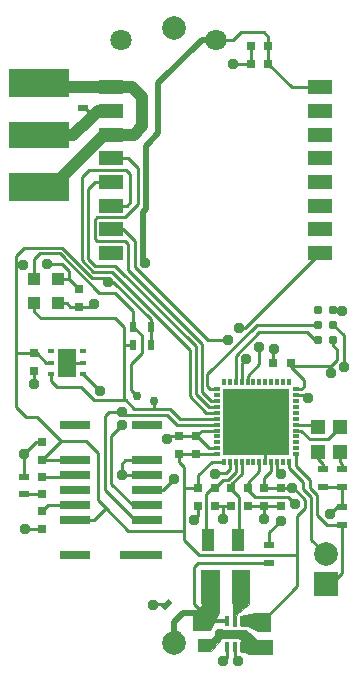
<source format=gtl>
G04 #@! TF.FileFunction,Copper,L1,Top,Signal*
%FSLAX46Y46*%
G04 Gerber Fmt 4.6, Leading zero omitted, Abs format (unit mm)*
G04 Created by KiCad (PCBNEW (2016-05-05 BZR 6775)-product) date Monday, 20 June 2016 'amt' 00:13:06*
%MOMM*%
%LPD*%
G01*
G04 APERTURE LIST*
%ADD10C,0.100000*%
%ADD11C,2.000000*%
%ADD12R,0.900000X0.500000*%
%ADD13C,1.800000*%
%ADD14R,2.000000X1.200000*%
%ADD15R,0.750000X0.800000*%
%ADD16R,1.500000X3.000000*%
%ADD17R,0.400000X0.900000*%
%ADD18R,0.800000X0.750000*%
%ADD19R,2.000000X2.000000*%
%ADD20R,1.198880X1.198880*%
%ADD21C,0.787000*%
%ADD22R,0.500000X0.900000*%
%ADD23C,0.750000*%
%ADD24R,1.100000X1.900000*%
%ADD25R,2.600000X0.700000*%
%ADD26R,2.600000X0.800000*%
%ADD27R,3.600000X0.800000*%
%ADD28R,0.300000X0.550000*%
%ADD29R,0.550000X0.300000*%
%ADD30R,1.000000X1.000000*%
%ADD31C,0.600000*%
%ADD32R,5.600000X5.600000*%
%ADD33R,5.080000X2.286000*%
%ADD34R,5.080000X2.413000*%
%ADD35R,0.600000X0.400000*%
%ADD36R,1.500000X2.400000*%
%ADD37C,0.960000*%
%ADD38C,0.250000*%
%ADD39C,0.500000*%
%ADD40C,0.300000*%
%ADD41C,0.750000*%
%ADD42C,1.000000*%
G04 APERTURE END LIST*
D10*
D11*
X126000000Y-140500000D03*
X126000000Y-88500000D03*
D12*
X118300000Y-93750000D03*
X118300000Y-95250000D03*
D13*
X116100000Y-97500000D03*
D14*
X120650000Y-93500000D03*
X138350000Y-107500000D03*
X138350000Y-105500000D03*
X138350000Y-103500000D03*
X138350000Y-101500000D03*
X138350000Y-99500000D03*
X138350000Y-97500000D03*
X138350000Y-95500000D03*
X138350000Y-93500000D03*
X120650000Y-95500000D03*
X120650000Y-97500000D03*
X120650000Y-99500000D03*
X120650000Y-101500000D03*
X120650000Y-103500000D03*
X120650000Y-105500000D03*
X120650000Y-107500000D03*
D12*
X140200000Y-130550000D03*
X140200000Y-129050000D03*
D15*
X133400000Y-139150000D03*
X133400000Y-140650000D03*
D12*
X134050000Y-133750000D03*
X134050000Y-132250000D03*
D16*
X129050000Y-135800000D03*
X131650000Y-135800000D03*
D17*
X130450000Y-138700000D03*
X131100000Y-138700000D03*
X131750000Y-138700000D03*
X130450000Y-140900000D03*
X131100000Y-140900000D03*
X131750000Y-140900000D03*
D18*
X133950000Y-90000000D03*
X132450000Y-90000000D03*
X133950000Y-91500000D03*
X132450000Y-91500000D03*
D19*
X138800000Y-135540000D03*
D11*
X138800000Y-133000000D03*
D13*
X121500000Y-89500000D03*
X129500000Y-89500000D03*
D20*
X140025000Y-122250980D03*
X140025000Y-124349020D03*
D12*
X140200000Y-125850000D03*
X140200000Y-127350000D03*
X138600000Y-125850000D03*
X138600000Y-127350000D03*
D15*
X128700000Y-139050000D03*
X128700000Y-140550000D03*
D10*
G36*
X126925305Y-138188909D02*
X126288909Y-138825305D01*
X125935355Y-138471751D01*
X126571751Y-137835355D01*
X126925305Y-138188909D01*
X126925305Y-138188909D01*
G37*
G36*
X125864645Y-137128249D02*
X125228249Y-137764645D01*
X124874695Y-137411091D01*
X125511091Y-136774695D01*
X125864645Y-137128249D01*
X125864645Y-137128249D01*
G37*
D20*
X138125000Y-122250980D03*
X138125000Y-124349020D03*
D15*
X130800000Y-127450000D03*
X130800000Y-128950000D03*
X129400000Y-127450000D03*
X129400000Y-128950000D03*
X132200000Y-127450000D03*
X132200000Y-128950000D03*
D18*
X135850000Y-116850000D03*
X134350000Y-116850000D03*
D15*
X135000000Y-127450000D03*
X135000000Y-128950000D03*
X133600000Y-127450000D03*
X133600000Y-128950000D03*
X114100000Y-117500000D03*
X114100000Y-116000000D03*
X127825000Y-124550000D03*
X127825000Y-123050000D03*
X126400000Y-124550000D03*
X126400000Y-123050000D03*
X117900000Y-110550000D03*
X117900000Y-112050000D03*
D21*
X139470000Y-114870000D03*
X138200000Y-114870000D03*
X139470000Y-113600000D03*
X138200000Y-113600000D03*
X139470000Y-112330000D03*
X138200000Y-112330000D03*
D22*
X122500000Y-115350000D03*
X124000000Y-115350000D03*
X124000000Y-113750000D03*
X122500000Y-113750000D03*
D23*
X124300000Y-120050000D03*
X122800000Y-119650000D03*
D24*
X131350000Y-131800000D03*
X128850000Y-131800000D03*
D25*
X123650000Y-130140000D03*
X117550000Y-130140000D03*
X117550000Y-128870000D03*
X117550000Y-127600000D03*
X117550000Y-126330000D03*
X117550000Y-125060000D03*
X123650000Y-128870000D03*
X123650000Y-127600000D03*
X123650000Y-126330000D03*
X123650000Y-125060000D03*
D26*
X117550000Y-133100000D03*
X117550000Y-122100000D03*
D27*
X123150000Y-133100000D03*
D26*
X123650000Y-122100000D03*
D28*
X130200000Y-125175000D03*
X130700000Y-125175000D03*
X131200000Y-125175000D03*
X131700000Y-125175000D03*
X132200000Y-125175000D03*
X132700000Y-125175000D03*
X133200000Y-125175000D03*
X133700000Y-125175000D03*
X134200000Y-125175000D03*
X134700000Y-125175000D03*
X135200000Y-125175000D03*
X135700000Y-125175000D03*
D29*
X136325000Y-124550000D03*
X136325000Y-124050000D03*
X136325000Y-123550000D03*
X136325000Y-123050000D03*
X136325000Y-122550000D03*
X136325000Y-122050000D03*
X136325000Y-121550000D03*
X136325000Y-121050000D03*
X136325000Y-120550000D03*
X136325000Y-120050000D03*
X136325000Y-119550000D03*
X136325000Y-119050000D03*
D28*
X135700000Y-118425000D03*
X135200000Y-118425000D03*
X134700000Y-118425000D03*
X134200000Y-118425000D03*
X133700000Y-118425000D03*
X133200000Y-118425000D03*
X132700000Y-118425000D03*
X132200000Y-118425000D03*
X131700000Y-118425000D03*
X131200000Y-118425000D03*
X130700000Y-118425000D03*
X130200000Y-118425000D03*
D29*
X129575000Y-119050000D03*
X129575000Y-119550000D03*
X129575000Y-120050000D03*
X129575000Y-120550000D03*
X129575000Y-121050000D03*
X129575000Y-121550000D03*
X129575000Y-122050000D03*
X129575000Y-122550000D03*
X129575000Y-123050000D03*
X129575000Y-123550000D03*
X129575000Y-124050000D03*
X129575000Y-124550000D03*
D19*
X131700000Y-123050000D03*
X134200000Y-123050000D03*
X131700000Y-120550000D03*
X134200000Y-120550000D03*
D30*
X131700000Y-123050000D03*
X134200000Y-123050000D03*
X131700000Y-120550000D03*
X134200000Y-120550000D03*
D31*
X130450000Y-124300000D03*
X132950000Y-124300000D03*
X135450000Y-124300000D03*
X130450000Y-121800000D03*
X132950000Y-121800000D03*
X135450000Y-121800000D03*
X130450000Y-119300000D03*
X132950000Y-119300000D03*
X135450000Y-119300000D03*
D32*
X132950000Y-121800000D03*
D15*
X128000000Y-127450000D03*
X128000000Y-128950000D03*
D12*
X113250000Y-127950000D03*
X113250000Y-126450000D03*
D15*
X114800000Y-126450000D03*
X114800000Y-127950000D03*
X114800000Y-129350000D03*
X114800000Y-130850000D03*
X114800000Y-125050000D03*
X114800000Y-123550000D03*
D33*
X114500000Y-97550000D03*
D34*
X114500000Y-101931500D03*
X114500000Y-93168500D03*
D30*
X116150000Y-109750000D03*
X114150000Y-109750000D03*
X116150000Y-111750000D03*
X114150000Y-111750000D03*
D35*
X118250000Y-117800000D03*
X118250000Y-116800000D03*
X118250000Y-115800000D03*
X115550000Y-117800000D03*
X115550000Y-116800000D03*
X115550000Y-115800000D03*
D36*
X116900000Y-116800000D03*
D37*
X130130000Y-142040000D03*
X128700000Y-138030000D03*
X137350000Y-119800000D03*
X125350000Y-123300000D03*
X114500000Y-101931500D03*
X114500000Y-93168500D03*
X134400000Y-115650000D03*
X124200000Y-137300000D03*
X119200000Y-111850000D03*
X123250000Y-95500000D03*
X131000000Y-91500000D03*
X114100000Y-118650000D03*
X116900000Y-116800000D03*
X113350000Y-130850000D03*
X113250000Y-124550000D03*
X121550000Y-126350000D03*
X127700000Y-130100000D03*
X130100000Y-130000000D03*
X133600000Y-130000000D03*
X139200000Y-129600000D03*
X140200000Y-112400000D03*
X131700000Y-139850000D03*
X129850000Y-139800000D03*
X123550000Y-108400000D03*
X120350000Y-109950000D03*
X139300000Y-117700000D03*
X113150000Y-108500000D03*
X115200000Y-108450000D03*
X136000000Y-127400000D03*
X131420000Y-142070000D03*
X132520000Y-138520000D03*
X140350000Y-117150000D03*
X136200000Y-128800000D03*
X121550000Y-122100000D03*
X119688150Y-119205000D03*
X121550000Y-120950000D03*
X131500000Y-113900000D03*
X133150000Y-115500000D03*
X130500000Y-114900000D03*
X132100000Y-116500000D03*
X135000000Y-126200000D03*
X135000000Y-130200000D03*
X125950000Y-126650000D03*
X129400000Y-126250000D03*
D38*
X134050000Y-133750000D02*
X128000000Y-133750000D01*
X128000000Y-133750000D02*
X127650000Y-134100000D01*
X127650000Y-134100000D02*
X127650000Y-137250000D01*
X127650000Y-137250000D02*
X128430000Y-138030000D01*
X128430000Y-138030000D02*
X128700000Y-138030000D01*
D39*
X126000000Y-138750000D02*
X126720000Y-138030000D01*
X126720000Y-138030000D02*
X128700000Y-138030000D01*
X126000000Y-140500000D02*
X126000000Y-138750000D01*
D38*
X128500000Y-136350000D02*
X129050000Y-135800000D01*
D40*
X130450000Y-138700000D02*
X129050000Y-138700000D01*
D38*
X128700000Y-138030000D02*
X128710000Y-138020000D01*
X128700000Y-138250000D02*
X128700000Y-138030000D01*
D41*
X128450000Y-138800000D02*
X128700000Y-139050000D01*
D40*
X129050000Y-138700000D02*
X128700000Y-139050000D01*
X128700000Y-139050000D02*
X128700000Y-138250000D01*
D38*
X130450000Y-141800000D02*
X130210000Y-142040000D01*
X130450000Y-140900000D02*
X130450000Y-141800000D01*
X130210000Y-142040000D02*
X130130000Y-142040000D01*
D41*
X126200000Y-139900000D02*
X126200000Y-140500000D01*
D38*
X116150000Y-111750000D02*
X116900000Y-111750000D01*
X116900000Y-111750000D02*
X117200000Y-112050000D01*
X117200000Y-112050000D02*
X117900000Y-112050000D01*
X133700000Y-125175000D02*
X133700000Y-122550000D01*
X129575000Y-122550000D02*
X128325000Y-122550000D01*
X128325000Y-122550000D02*
X127825000Y-123050000D01*
X127900000Y-123050000D02*
X128900000Y-124050000D01*
X128900000Y-124050000D02*
X129575000Y-124050000D01*
X127825000Y-123050000D02*
X127900000Y-123050000D01*
X136325000Y-119550000D02*
X137100000Y-119550000D01*
X137100000Y-119550000D02*
X137350000Y-119800000D01*
X126400000Y-123050000D02*
X125600000Y-123050000D01*
X125600000Y-123050000D02*
X125350000Y-123300000D01*
D42*
X123250000Y-96800000D02*
X122550000Y-97500000D01*
X122550000Y-97500000D02*
X120650000Y-97500000D01*
X123250000Y-95500000D02*
X123250000Y-96800000D01*
D38*
X118300000Y-93750000D02*
X120400000Y-93750000D01*
X120400000Y-93750000D02*
X120650000Y-93500000D01*
D42*
X120650000Y-93500000D02*
X114831500Y-93500000D01*
X114831500Y-93500000D02*
X114500000Y-93168500D01*
X120050000Y-97500000D02*
X115618500Y-101931500D01*
X115618500Y-101931500D02*
X114500000Y-101931500D01*
X120650000Y-97500000D02*
X120050000Y-97500000D01*
X115418500Y-101931500D02*
X114500000Y-101931500D01*
D38*
X134350000Y-116850000D02*
X134350000Y-115700000D01*
X134350000Y-115700000D02*
X134400000Y-115650000D01*
X125369670Y-137269670D02*
X124230330Y-137269670D01*
X117900000Y-112050000D02*
X119000000Y-112050000D01*
X119000000Y-112050000D02*
X119200000Y-111850000D01*
D42*
X122400000Y-93500000D02*
X123250000Y-94350000D01*
X123250000Y-94350000D02*
X123250000Y-95500000D01*
X120650000Y-93500000D02*
X122400000Y-93500000D01*
D38*
X132450000Y-91500000D02*
X131000000Y-91500000D01*
X132450000Y-90000000D02*
X132450000Y-91500000D01*
X114100000Y-117500000D02*
X114100000Y-118650000D01*
X114100000Y-117500000D02*
X114100000Y-117550000D01*
X118250000Y-116800000D02*
X116900000Y-116800000D01*
X114800000Y-130850000D02*
X113350000Y-130850000D01*
X114800000Y-123550000D02*
X114250000Y-123550000D01*
X114250000Y-123550000D02*
X113250000Y-124550000D01*
X113250000Y-126450000D02*
X113250000Y-124550000D01*
X121840000Y-125060000D02*
X121550000Y-125350000D01*
X121550000Y-125350000D02*
X121550000Y-126350000D01*
X123650000Y-125060000D02*
X121840000Y-125060000D01*
X123650000Y-126330000D02*
X121570000Y-126330000D01*
X121570000Y-126330000D02*
X121550000Y-126350000D01*
X132200000Y-122550000D02*
X132950000Y-121800000D01*
X126400000Y-123050000D02*
X127825000Y-123050000D01*
X128000000Y-128950000D02*
X128000000Y-129800000D01*
X128000000Y-129800000D02*
X127700000Y-130100000D01*
X130100000Y-128950000D02*
X129400000Y-128950000D01*
X130800000Y-128950000D02*
X130100000Y-128950000D01*
X130100000Y-128950000D02*
X130100000Y-130000000D01*
X133600000Y-128950000D02*
X132200000Y-128950000D01*
X133600000Y-128950000D02*
X133600000Y-130000000D01*
X133700000Y-122550000D02*
X132950000Y-121800000D01*
X133600000Y-128950000D02*
X135000000Y-128950000D01*
X140200000Y-129050000D02*
X139750000Y-129050000D01*
X139750000Y-129050000D02*
X139200000Y-129600000D01*
X140200000Y-127350000D02*
X140200000Y-129050000D01*
X140200000Y-127350000D02*
X138600000Y-127350000D01*
X135200000Y-119550000D02*
X132950000Y-121800000D01*
X139470000Y-112330000D02*
X140130000Y-112330000D01*
X140130000Y-112330000D02*
X140200000Y-112400000D01*
D40*
X133400000Y-140650000D02*
X132850000Y-140650000D01*
D38*
X132900000Y-140650000D02*
X132100000Y-139850000D01*
X133400000Y-140650000D02*
X132900000Y-140650000D01*
X132100000Y-139850000D02*
X131700000Y-139850000D01*
X131700000Y-139850000D02*
X130400000Y-139850000D01*
X130350000Y-139800000D02*
X129850000Y-139800000D01*
X130400000Y-139850000D02*
X130350000Y-139800000D01*
X114350000Y-121400000D02*
X116400000Y-123450000D01*
X114800000Y-125050000D02*
X116400000Y-123450000D01*
X116400000Y-123450000D02*
X118500000Y-123450000D01*
X118500000Y-123450000D02*
X119500000Y-124450000D01*
X119500000Y-124450000D02*
X119500000Y-128450000D01*
X119500000Y-128450000D02*
X120200000Y-129150000D01*
X114800000Y-125050000D02*
X117540000Y-125050000D01*
X114350000Y-121400000D02*
X113450000Y-121400000D01*
X112600000Y-120550000D02*
X112600000Y-116000000D01*
X113450000Y-121400000D02*
X112600000Y-120550000D01*
D39*
X123350000Y-104050000D02*
X123350000Y-108200000D01*
X123350000Y-108200000D02*
X123550000Y-108400000D01*
X123600000Y-103800000D02*
X123350000Y-104050000D01*
X123600000Y-98450000D02*
X123600000Y-103800000D01*
X123750000Y-98300000D02*
X123600000Y-98450000D01*
D38*
X124000000Y-113150000D02*
X120800000Y-109950000D01*
X120800000Y-109950000D02*
X120350000Y-109950000D01*
X124000000Y-113750000D02*
X124000000Y-113150000D01*
X119000000Y-109600000D02*
X120000000Y-109600000D01*
X120000000Y-109600000D02*
X120350000Y-109950000D01*
X116500000Y-107100000D02*
X119000000Y-109600000D01*
X116500000Y-107100000D02*
X113250000Y-107100000D01*
X113250000Y-107100000D02*
X112600000Y-107750000D01*
X112600000Y-107750000D02*
X112600000Y-108500000D01*
X133950000Y-91500000D02*
X135950000Y-93500000D01*
X135950000Y-93500000D02*
X138350000Y-93500000D01*
X133950000Y-90000000D02*
X133950000Y-91500000D01*
X133550000Y-88850000D02*
X133950000Y-89250000D01*
X133950000Y-89250000D02*
X133950000Y-90000000D01*
X131650000Y-88850000D02*
X133550000Y-88850000D01*
X131000000Y-89500000D02*
X131650000Y-88850000D01*
X129500000Y-89500000D02*
X131000000Y-89500000D01*
D39*
X124650000Y-97400000D02*
X123750000Y-98300000D01*
X124650000Y-93150000D02*
X124650000Y-97400000D01*
X128300000Y-89500000D02*
X124650000Y-93150000D01*
X129500000Y-89500000D02*
X128300000Y-89500000D01*
D38*
X139300000Y-117050000D02*
X139300000Y-117700000D01*
X139470000Y-114870000D02*
X139470000Y-115370000D01*
X139470000Y-115370000D02*
X139750000Y-115650000D01*
X139300000Y-117050000D02*
X136050000Y-117050000D01*
X139750000Y-115650000D02*
X139750000Y-116600000D01*
X139750000Y-116600000D02*
X139300000Y-117050000D01*
X136050000Y-117050000D02*
X135850000Y-116850000D01*
X136950000Y-118850000D02*
X136750000Y-119050000D01*
X136750000Y-119050000D02*
X136325000Y-119050000D01*
X136950000Y-118250000D02*
X136950000Y-118850000D01*
X135850000Y-117150000D02*
X136950000Y-118250000D01*
X135850000Y-116850000D02*
X135850000Y-117150000D01*
X124000000Y-113750000D02*
X124000000Y-115350000D01*
X122100000Y-131050000D02*
X126800000Y-131050000D01*
X117550000Y-130140000D02*
X119210000Y-130140000D01*
X120200000Y-129150000D02*
X122100000Y-131050000D01*
X119210000Y-130140000D02*
X120200000Y-129150000D01*
X126800000Y-131850000D02*
X126800000Y-131050000D01*
X126800000Y-131050000D02*
X126800000Y-127450000D01*
X133400000Y-138750000D02*
X136400000Y-135750000D01*
X136400000Y-135750000D02*
X136400000Y-135490000D01*
X133400000Y-139150000D02*
X133400000Y-138750000D01*
X133950000Y-91500000D02*
X133950000Y-91550000D01*
X129500000Y-89500000D02*
X130000000Y-89500000D01*
X117100000Y-109050000D02*
X116500000Y-108450000D01*
X116500000Y-108450000D02*
X115200000Y-108450000D01*
X117100000Y-109750000D02*
X117100000Y-109050000D01*
X117950000Y-110500000D02*
X117900000Y-110550000D01*
X116150000Y-109750000D02*
X117100000Y-109750000D01*
X117100000Y-109750000D02*
X117900000Y-110550000D01*
X112600000Y-116000000D02*
X112600000Y-108500000D01*
X113150000Y-108500000D02*
X112600000Y-108500000D01*
X113600000Y-116000000D02*
X112600000Y-116000000D01*
X116400000Y-110000000D02*
X116150000Y-109750000D01*
X114100000Y-116000000D02*
X113600000Y-116000000D01*
X115150000Y-116800000D02*
X114350000Y-116000000D01*
X114350000Y-116000000D02*
X114100000Y-116000000D01*
X115550000Y-116800000D02*
X115150000Y-116800000D01*
X117540000Y-125050000D02*
X117550000Y-125060000D01*
X129175000Y-125175000D02*
X128000000Y-126350000D01*
X128000000Y-126350000D02*
X128000000Y-127450000D01*
X130200000Y-125175000D02*
X129175000Y-125175000D01*
X126800000Y-127450000D02*
X126800000Y-125650000D01*
X127250000Y-127450000D02*
X126800000Y-127450000D01*
X136400000Y-133050000D02*
X132400000Y-133050000D01*
X132400000Y-133050000D02*
X132350000Y-133100000D01*
X132350000Y-133100000D02*
X128050000Y-133100000D01*
X128050000Y-133100000D02*
X126800000Y-131850000D01*
X126800000Y-125650000D02*
X126400000Y-125250000D01*
X126400000Y-125250000D02*
X126400000Y-124550000D01*
X127250000Y-127450000D02*
X128000000Y-127450000D01*
X136400000Y-133050000D02*
X136400000Y-135490000D01*
X136400000Y-129800000D02*
X136400000Y-133050000D01*
X136000000Y-127400000D02*
X136100000Y-127400000D01*
X136100000Y-127400000D02*
X137100000Y-128400000D01*
X137100000Y-128400000D02*
X137100000Y-129100000D01*
X137100000Y-129100000D02*
X136400000Y-129800000D01*
X127825000Y-124550000D02*
X129575000Y-124550000D01*
X126400000Y-124550000D02*
X127825000Y-124550000D01*
X133600000Y-127450000D02*
X135000000Y-127450000D01*
X134200000Y-126000000D02*
X133600000Y-126600000D01*
X133600000Y-126600000D02*
X133600000Y-127450000D01*
X134200000Y-125175000D02*
X134200000Y-126000000D01*
X136000000Y-127400000D02*
X135050000Y-127400000D01*
X135050000Y-127400000D02*
X135000000Y-127450000D01*
X139470000Y-114870000D02*
X139470000Y-115070000D01*
X132520000Y-138520000D02*
X132340000Y-138700000D01*
X132770000Y-138520000D02*
X133400000Y-139150000D01*
X132520000Y-138520000D02*
X132770000Y-138520000D01*
X132340000Y-138700000D02*
X131750000Y-138700000D01*
X131100000Y-140900000D02*
X131100000Y-141750000D01*
X131100000Y-141750000D02*
X131420000Y-142070000D01*
X131700000Y-126200000D02*
X130800000Y-127100000D01*
X130800000Y-127100000D02*
X130800000Y-127450000D01*
X131700000Y-125175000D02*
X131700000Y-126200000D01*
X131500000Y-128200000D02*
X131500000Y-131650000D01*
X131500000Y-131650000D02*
X131350000Y-131800000D01*
X130800000Y-127500000D02*
X131500000Y-128200000D01*
X130800000Y-127450000D02*
X130800000Y-127500000D01*
X131500000Y-130950000D02*
X131550000Y-131000000D01*
X130800000Y-127450000D02*
X130800000Y-127600000D01*
X130550000Y-126700000D02*
X130150000Y-126700000D01*
X130150000Y-126700000D02*
X129400000Y-127450000D01*
X131200000Y-126050000D02*
X130550000Y-126700000D01*
X131200000Y-125175000D02*
X131200000Y-126050000D01*
X129450000Y-127450000D02*
X129400000Y-127450000D01*
X128700000Y-127900000D02*
X128700000Y-131650000D01*
X128700000Y-131650000D02*
X128850000Y-131800000D01*
X129150000Y-127450000D02*
X128700000Y-127900000D01*
X129400000Y-127450000D02*
X129150000Y-127450000D01*
X129400000Y-127450000D02*
X129350000Y-127450000D01*
X133200000Y-125175000D02*
X133200000Y-126000000D01*
X133200000Y-126000000D02*
X132200000Y-127000000D01*
X139470000Y-113600000D02*
X140350000Y-114480000D01*
X140350000Y-114480000D02*
X140350000Y-115150000D01*
X140350000Y-117150000D02*
X140350000Y-115150000D01*
X135600000Y-128200000D02*
X132800000Y-128200000D01*
X136200000Y-128800000D02*
X135600000Y-128200000D01*
X132200000Y-127600000D02*
X132800000Y-128200000D01*
X132200000Y-127450000D02*
X132200000Y-127600000D01*
X132200000Y-127000000D02*
X132200000Y-127450000D01*
X139470000Y-113600000D02*
X139470000Y-113670000D01*
X116100000Y-97500000D02*
X114550000Y-97500000D01*
X114550000Y-97500000D02*
X114500000Y-97550000D01*
X117800000Y-96650000D02*
X117800000Y-97200000D01*
X117800000Y-97200000D02*
X117450000Y-97550000D01*
D42*
X119500000Y-95500000D02*
X118950000Y-96050000D01*
X118950000Y-96050000D02*
X117450000Y-97550000D01*
D38*
X118450000Y-95250000D02*
X118950000Y-95750000D01*
X118950000Y-95750000D02*
X118950000Y-96050000D01*
X118300000Y-95250000D02*
X118450000Y-95250000D01*
D42*
X117450000Y-97550000D02*
X114500000Y-97550000D01*
X120650000Y-95500000D02*
X119500000Y-95500000D01*
D38*
X140025000Y-125225000D02*
X140200000Y-125400000D01*
X140200000Y-125400000D02*
X140200000Y-125850000D01*
X140025000Y-124349020D02*
X140025000Y-125225000D01*
X138125000Y-124925000D02*
X138600000Y-125400000D01*
X138600000Y-125400000D02*
X138600000Y-125850000D01*
X138125000Y-124349020D02*
X138125000Y-124925000D01*
X133200000Y-114200000D02*
X131200000Y-116200000D01*
X131200000Y-116200000D02*
X131200000Y-118425000D01*
X137200000Y-114200000D02*
X133200000Y-114200000D01*
X137870000Y-114870000D02*
X137200000Y-114200000D01*
X138200000Y-114870000D02*
X137870000Y-114870000D01*
X128800000Y-118800000D02*
X129050000Y-119050000D01*
X129050000Y-119050000D02*
X129575000Y-119050000D01*
X128800000Y-117800000D02*
X128800000Y-118800000D01*
X133000000Y-113600000D02*
X128800000Y-117800000D01*
X138200000Y-113600000D02*
X133000000Y-113600000D01*
X138050000Y-129700000D02*
X138900000Y-130550000D01*
X138900000Y-130550000D02*
X140200000Y-130550000D01*
X138050000Y-128000000D02*
X138050000Y-129700000D01*
X137500000Y-127450000D02*
X138050000Y-128000000D01*
X137500000Y-126700000D02*
X137500000Y-127450000D01*
X136325000Y-125525000D02*
X137500000Y-126700000D01*
X136325000Y-124550000D02*
X136325000Y-125525000D01*
X139260000Y-135540000D02*
X140200000Y-134600000D01*
X140200000Y-134600000D02*
X140200000Y-130550000D01*
X138800000Y-135540000D02*
X139260000Y-135540000D01*
X116078000Y-118872000D02*
X115550000Y-118344000D01*
X115550000Y-118344000D02*
X115550000Y-117800000D01*
X118110000Y-118872000D02*
X116078000Y-118872000D01*
X119238000Y-120000000D02*
X118110000Y-118872000D01*
X121750000Y-120000000D02*
X119238000Y-120000000D01*
X114680000Y-113030000D02*
X120980000Y-113030000D01*
X120980000Y-113030000D02*
X121750000Y-113800000D01*
X114150000Y-111750000D02*
X114150000Y-112500000D01*
X114150000Y-112500000D02*
X114680000Y-113030000D01*
X124300000Y-120050000D02*
X124300000Y-120700000D01*
X121750000Y-115400000D02*
X121750000Y-113800000D01*
X121750000Y-120000000D02*
X121750000Y-115400000D01*
X122500000Y-115350000D02*
X121800000Y-115350000D01*
X121800000Y-115350000D02*
X121750000Y-115400000D01*
X123650000Y-120700000D02*
X124300000Y-120700000D01*
X124300000Y-120700000D02*
X125600000Y-120700000D01*
X120650000Y-123000000D02*
X120650000Y-127050000D01*
X121550000Y-122100000D02*
X120650000Y-123000000D01*
X122600000Y-120700000D02*
X123650000Y-120700000D01*
X121750000Y-120000000D02*
X121900000Y-120000000D01*
X125600000Y-120700000D02*
X126450000Y-121550000D01*
X126450000Y-121550000D02*
X129575000Y-121550000D01*
X121900000Y-120000000D02*
X122600000Y-120700000D01*
X123650000Y-128870000D02*
X122470000Y-128870000D01*
X122470000Y-128870000D02*
X120650000Y-127050000D01*
X123650000Y-128870000D02*
X122620000Y-128870000D01*
X118250000Y-117800000D02*
X118283150Y-117800000D01*
X118283150Y-117800000D02*
X119688150Y-119205000D01*
X120950000Y-110900000D02*
X119650000Y-110900000D01*
X119650000Y-110900000D02*
X116300000Y-107550000D01*
X122500000Y-112450000D02*
X120950000Y-110900000D01*
X122500000Y-113750000D02*
X122500000Y-112450000D01*
X116300000Y-107550000D02*
X114600000Y-107550000D01*
X114600000Y-107550000D02*
X114150000Y-108000000D01*
X114150000Y-108000000D02*
X114150000Y-109750000D01*
X123250000Y-115950000D02*
X123250000Y-114500000D01*
X123250000Y-114500000D02*
X122500000Y-113750000D01*
X122300000Y-116900000D02*
X123250000Y-115950000D01*
X122300000Y-119150000D02*
X122300000Y-116900000D01*
X122300000Y-119150000D02*
X122800000Y-119650000D01*
X120100000Y-127600000D02*
X120100000Y-121350000D01*
X120100000Y-121350000D02*
X120500000Y-120950000D01*
X120500000Y-120950000D02*
X121550000Y-120950000D01*
X125350000Y-121200000D02*
X121800000Y-121200000D01*
X121800000Y-121200000D02*
X121550000Y-120950000D01*
X126200000Y-122050000D02*
X125350000Y-121200000D01*
X129575000Y-122050000D02*
X126200000Y-122050000D01*
X123650000Y-130140000D02*
X122640000Y-130140000D01*
X122640000Y-130140000D02*
X120100000Y-127600000D01*
X131500000Y-113900000D02*
X131950000Y-113900000D01*
X131950000Y-113900000D02*
X138350000Y-107500000D01*
X132200000Y-117900000D02*
X133150000Y-116950000D01*
X133150000Y-116950000D02*
X133150000Y-115500000D01*
X132200000Y-118425000D02*
X132200000Y-117900000D01*
X129575000Y-120050000D02*
X129100000Y-120050000D01*
X122900000Y-100300000D02*
X122100000Y-99500000D01*
X129100000Y-120050000D02*
X128300000Y-119250000D01*
X128300000Y-115200000D02*
X122100000Y-109000000D01*
X128300000Y-119250000D02*
X128300000Y-115200000D01*
X121800000Y-104500000D02*
X122900000Y-103400000D01*
X122100000Y-109000000D02*
X122100000Y-106800000D01*
X122100000Y-106800000D02*
X121800000Y-106500000D01*
X121800000Y-106500000D02*
X119450000Y-106500000D01*
X119450000Y-106500000D02*
X119250000Y-106300000D01*
X122900000Y-103400000D02*
X122900000Y-100300000D01*
X119250000Y-106300000D02*
X119250000Y-104700000D01*
X119250000Y-104700000D02*
X119450000Y-104500000D01*
X119450000Y-104500000D02*
X121800000Y-104500000D01*
X122100000Y-99500000D02*
X120650000Y-99500000D01*
X129575000Y-120550000D02*
X128900000Y-120550000D01*
X127800000Y-115400000D02*
X121000000Y-108600000D01*
X128900000Y-120550000D02*
X127800000Y-119450000D01*
X119300000Y-108600000D02*
X118700000Y-108000000D01*
X127800000Y-119450000D02*
X127800000Y-115400000D01*
X118700000Y-108000000D02*
X118700000Y-102100000D01*
X121000000Y-108600000D02*
X119300000Y-108600000D01*
X118700000Y-102100000D02*
X119300000Y-101500000D01*
X119300000Y-101500000D02*
X120650000Y-101500000D01*
X129575000Y-121050000D02*
X128700000Y-121050000D01*
X118200000Y-108150000D02*
X118200000Y-101100000D01*
X128700000Y-121050000D02*
X127300000Y-119650000D01*
X121900000Y-100500000D02*
X122250000Y-100850000D01*
X127300000Y-119650000D02*
X127300000Y-115700000D01*
X127300000Y-115700000D02*
X120700000Y-109100000D01*
X118200000Y-101100000D02*
X118800000Y-100500000D01*
X120700000Y-109100000D02*
X119150000Y-109100000D01*
X119150000Y-109100000D02*
X118200000Y-108150000D01*
X118800000Y-100500000D02*
X121900000Y-100500000D01*
X122250000Y-100850000D02*
X122250000Y-103200000D01*
X122250000Y-103200000D02*
X121950000Y-103500000D01*
X121950000Y-103500000D02*
X120650000Y-103500000D01*
X122650000Y-106500000D02*
X121650000Y-105500000D01*
X121650000Y-105500000D02*
X120650000Y-105500000D01*
X122650000Y-108700000D02*
X122650000Y-106500000D01*
X128850000Y-114900000D02*
X122650000Y-108700000D01*
X130500000Y-114900000D02*
X128850000Y-114900000D01*
X131700000Y-118425000D02*
X131700000Y-116900000D01*
X131700000Y-116900000D02*
X132100000Y-116500000D01*
X140025000Y-122250980D02*
X138975980Y-123300000D01*
X138975980Y-123300000D02*
X137450000Y-123300000D01*
X137450000Y-123300000D02*
X136700000Y-122550000D01*
X136700000Y-122550000D02*
X136325000Y-122550000D01*
X136325000Y-122050000D02*
X137924020Y-122050000D01*
X137924020Y-122050000D02*
X138125000Y-122250980D01*
X135700000Y-125175000D02*
X135700000Y-125700000D01*
X136900000Y-127500000D02*
X137600000Y-128200000D01*
X135700000Y-125700000D02*
X136900000Y-126900000D01*
X136900000Y-126900000D02*
X136900000Y-127500000D01*
X137600000Y-128200000D02*
X137600000Y-131800000D01*
X137600000Y-131800000D02*
X138800000Y-133000000D01*
X134050000Y-132250000D02*
X134050000Y-131150000D01*
X134050000Y-131150000D02*
X135000000Y-130200000D01*
X135000000Y-126200000D02*
X134700000Y-125900000D01*
X134700000Y-125900000D02*
X134700000Y-125175000D01*
X125000000Y-127600000D02*
X125950000Y-126650000D01*
X123650000Y-127600000D02*
X125000000Y-127600000D01*
X130350000Y-126150000D02*
X129500000Y-126150000D01*
X129500000Y-126150000D02*
X129400000Y-126250000D01*
X130700000Y-125800000D02*
X130350000Y-126150000D01*
X130700000Y-125175000D02*
X130700000Y-125800000D01*
X114800000Y-129350000D02*
X115280000Y-128870000D01*
X115280000Y-128870000D02*
X117550000Y-128870000D01*
X114800000Y-126450000D02*
X117430000Y-126450000D01*
X117430000Y-126450000D02*
X117550000Y-126330000D01*
X113250000Y-127950000D02*
X114800000Y-127950000D01*
D10*
G36*
X133016660Y-140287262D02*
X133033458Y-140297184D01*
X133050000Y-140300000D01*
X134250000Y-140300000D01*
X134250000Y-141450000D01*
X132261803Y-141450000D01*
X131972361Y-141305279D01*
X131950000Y-141300000D01*
X131600000Y-141300000D01*
X131600000Y-140150000D01*
X131596194Y-140130866D01*
X131585355Y-140114645D01*
X131569134Y-140103806D01*
X131550000Y-140100000D01*
X130050000Y-140100000D01*
X130030866Y-140103806D01*
X130011452Y-140118156D01*
X129076450Y-141250000D01*
X128000000Y-141250000D01*
X128000000Y-140200000D01*
X129050000Y-140200000D01*
X129069134Y-140196194D01*
X129080000Y-140190000D01*
X130066667Y-139450000D01*
X132080897Y-139450000D01*
X133016660Y-140287262D01*
X133016660Y-140287262D01*
G37*
X133016660Y-140287262D02*
X133033458Y-140297184D01*
X133050000Y-140300000D01*
X134250000Y-140300000D01*
X134250000Y-141450000D01*
X132261803Y-141450000D01*
X131972361Y-141305279D01*
X131950000Y-141300000D01*
X131600000Y-141300000D01*
X131600000Y-140150000D01*
X131596194Y-140130866D01*
X131585355Y-140114645D01*
X131569134Y-140103806D01*
X131550000Y-140100000D01*
X130050000Y-140100000D01*
X130030866Y-140103806D01*
X130011452Y-140118156D01*
X129076450Y-141250000D01*
X128000000Y-141250000D01*
X128000000Y-140200000D01*
X129050000Y-140200000D01*
X129069134Y-140196194D01*
X129080000Y-140190000D01*
X130066667Y-139450000D01*
X132080897Y-139450000D01*
X133016660Y-140287262D01*
G36*
X134100000Y-139500000D02*
X133061803Y-139500000D01*
X132272361Y-139105279D01*
X132250000Y-139100000D01*
X131600000Y-139100000D01*
X131600000Y-138289776D01*
X132855696Y-138000000D01*
X134100000Y-138000000D01*
X134100000Y-139500000D01*
X134100000Y-139500000D01*
G37*
X134100000Y-139500000D02*
X133061803Y-139500000D01*
X132272361Y-139105279D01*
X132250000Y-139100000D01*
X131600000Y-139100000D01*
X131600000Y-138289776D01*
X132855696Y-138000000D01*
X134100000Y-138000000D01*
X134100000Y-139500000D01*
G36*
X132350000Y-137274734D02*
X131420340Y-137959747D01*
X131407125Y-137974275D01*
X131257125Y-138224275D01*
X131250000Y-138250000D01*
X131250000Y-139100000D01*
X130950000Y-139100000D01*
X130950000Y-134350000D01*
X132350000Y-134350000D01*
X132350000Y-137274734D01*
X132350000Y-137274734D01*
G37*
X132350000Y-137274734D02*
X131420340Y-137959747D01*
X131407125Y-137974275D01*
X131257125Y-138224275D01*
X131250000Y-138250000D01*
X131250000Y-139100000D01*
X130950000Y-139100000D01*
X130950000Y-134350000D01*
X132350000Y-134350000D01*
X132350000Y-137274734D01*
G36*
X129750000Y-137888539D02*
X129018648Y-139400000D01*
X127600000Y-139400000D01*
X127600000Y-138070710D01*
X128335355Y-137335355D01*
X128346194Y-137319134D01*
X128350000Y-137300000D01*
X128350000Y-134350000D01*
X129750000Y-134350000D01*
X129750000Y-137888539D01*
X129750000Y-137888539D01*
G37*
X129750000Y-137888539D02*
X129018648Y-139400000D01*
X127600000Y-139400000D01*
X127600000Y-138070710D01*
X128335355Y-137335355D01*
X128346194Y-137319134D01*
X128350000Y-137300000D01*
X128350000Y-134350000D01*
X129750000Y-134350000D01*
X129750000Y-137888539D01*
M02*

</source>
